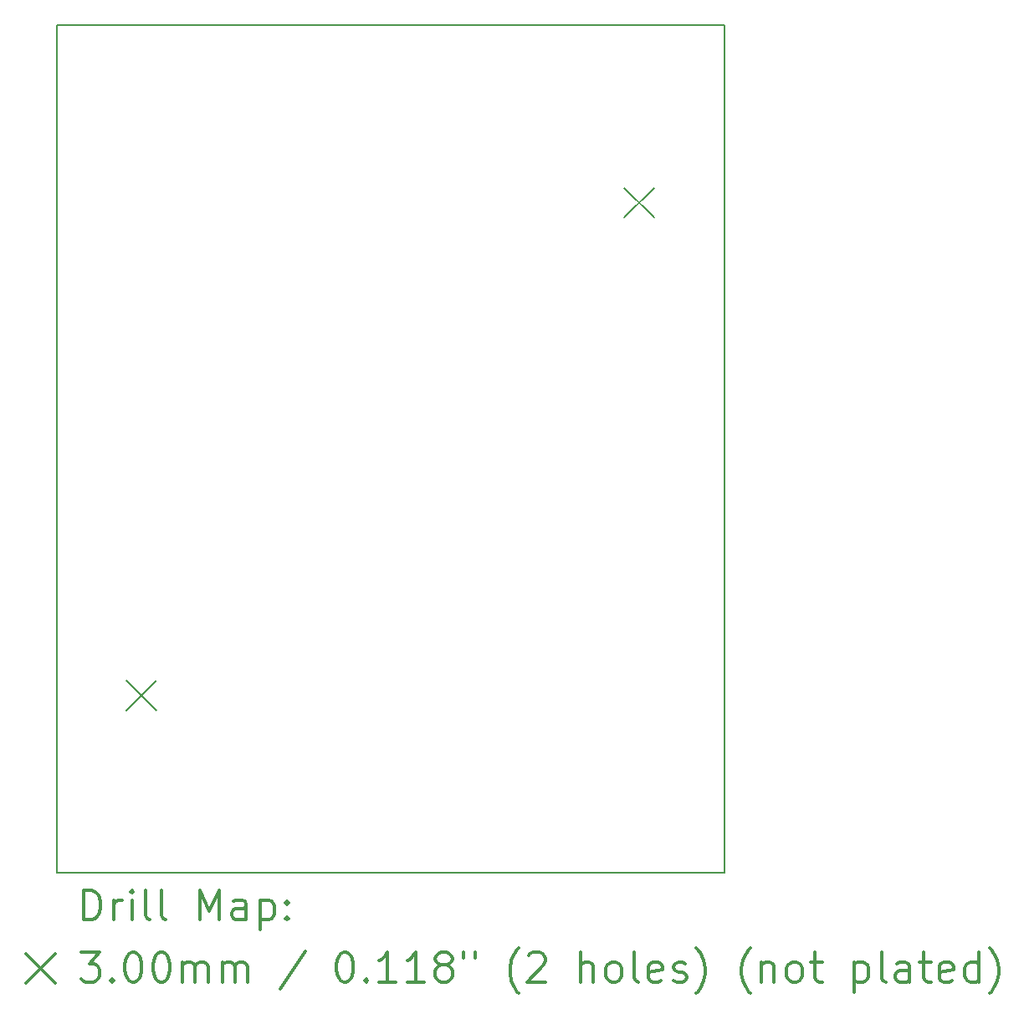
<source format=gbr>
%FSLAX45Y45*%
G04 Gerber Fmt 4.5, Leading zero omitted, Abs format (unit mm)*
G04 Created by KiCad (PCBNEW 5.0.2) date Fr 28 Dez 2018 21:47:53 CET*
%MOMM*%
%LPD*%
G01*
G04 APERTURE LIST*
%ADD10C,0.200000*%
%ADD11C,0.300000*%
G04 APERTURE END LIST*
D10*
X11909050Y-3619250D02*
X5152650Y-3619250D01*
X11909050Y-12204450D02*
X11909050Y-3619250D01*
X5152650Y-12204450D02*
X11909050Y-12204450D01*
X5152650Y-3619250D02*
X5152650Y-12204450D01*
D10*
X5860850Y-10256850D02*
X6160850Y-10556850D01*
X6160850Y-10256850D02*
X5860850Y-10556850D01*
X10900850Y-5266850D02*
X11200850Y-5566850D01*
X11200850Y-5266850D02*
X10900850Y-5566850D01*
D11*
X5429078Y-12680164D02*
X5429078Y-12380164D01*
X5500507Y-12380164D01*
X5543364Y-12394450D01*
X5571936Y-12423021D01*
X5586221Y-12451593D01*
X5600507Y-12508736D01*
X5600507Y-12551593D01*
X5586221Y-12608736D01*
X5571936Y-12637307D01*
X5543364Y-12665879D01*
X5500507Y-12680164D01*
X5429078Y-12680164D01*
X5729078Y-12680164D02*
X5729078Y-12480164D01*
X5729078Y-12537307D02*
X5743364Y-12508736D01*
X5757650Y-12494450D01*
X5786221Y-12480164D01*
X5814793Y-12480164D01*
X5914793Y-12680164D02*
X5914793Y-12480164D01*
X5914793Y-12380164D02*
X5900507Y-12394450D01*
X5914793Y-12408736D01*
X5929078Y-12394450D01*
X5914793Y-12380164D01*
X5914793Y-12408736D01*
X6100507Y-12680164D02*
X6071936Y-12665879D01*
X6057650Y-12637307D01*
X6057650Y-12380164D01*
X6257650Y-12680164D02*
X6229078Y-12665879D01*
X6214793Y-12637307D01*
X6214793Y-12380164D01*
X6600507Y-12680164D02*
X6600507Y-12380164D01*
X6700507Y-12594450D01*
X6800507Y-12380164D01*
X6800507Y-12680164D01*
X7071936Y-12680164D02*
X7071936Y-12523021D01*
X7057650Y-12494450D01*
X7029078Y-12480164D01*
X6971936Y-12480164D01*
X6943364Y-12494450D01*
X7071936Y-12665879D02*
X7043364Y-12680164D01*
X6971936Y-12680164D01*
X6943364Y-12665879D01*
X6929078Y-12637307D01*
X6929078Y-12608736D01*
X6943364Y-12580164D01*
X6971936Y-12565879D01*
X7043364Y-12565879D01*
X7071936Y-12551593D01*
X7214793Y-12480164D02*
X7214793Y-12780164D01*
X7214793Y-12494450D02*
X7243364Y-12480164D01*
X7300507Y-12480164D01*
X7329078Y-12494450D01*
X7343364Y-12508736D01*
X7357650Y-12537307D01*
X7357650Y-12623021D01*
X7343364Y-12651593D01*
X7329078Y-12665879D01*
X7300507Y-12680164D01*
X7243364Y-12680164D01*
X7214793Y-12665879D01*
X7486221Y-12651593D02*
X7500507Y-12665879D01*
X7486221Y-12680164D01*
X7471936Y-12665879D01*
X7486221Y-12651593D01*
X7486221Y-12680164D01*
X7486221Y-12494450D02*
X7500507Y-12508736D01*
X7486221Y-12523021D01*
X7471936Y-12508736D01*
X7486221Y-12494450D01*
X7486221Y-12523021D01*
X4842650Y-13024450D02*
X5142650Y-13324450D01*
X5142650Y-13024450D02*
X4842650Y-13324450D01*
X5400507Y-13010164D02*
X5586221Y-13010164D01*
X5486221Y-13124450D01*
X5529078Y-13124450D01*
X5557650Y-13138736D01*
X5571936Y-13153021D01*
X5586221Y-13181593D01*
X5586221Y-13253021D01*
X5571936Y-13281593D01*
X5557650Y-13295879D01*
X5529078Y-13310164D01*
X5443364Y-13310164D01*
X5414793Y-13295879D01*
X5400507Y-13281593D01*
X5714793Y-13281593D02*
X5729078Y-13295879D01*
X5714793Y-13310164D01*
X5700507Y-13295879D01*
X5714793Y-13281593D01*
X5714793Y-13310164D01*
X5914793Y-13010164D02*
X5943364Y-13010164D01*
X5971936Y-13024450D01*
X5986221Y-13038736D01*
X6000507Y-13067307D01*
X6014793Y-13124450D01*
X6014793Y-13195879D01*
X6000507Y-13253021D01*
X5986221Y-13281593D01*
X5971936Y-13295879D01*
X5943364Y-13310164D01*
X5914793Y-13310164D01*
X5886221Y-13295879D01*
X5871936Y-13281593D01*
X5857650Y-13253021D01*
X5843364Y-13195879D01*
X5843364Y-13124450D01*
X5857650Y-13067307D01*
X5871936Y-13038736D01*
X5886221Y-13024450D01*
X5914793Y-13010164D01*
X6200507Y-13010164D02*
X6229078Y-13010164D01*
X6257650Y-13024450D01*
X6271936Y-13038736D01*
X6286221Y-13067307D01*
X6300507Y-13124450D01*
X6300507Y-13195879D01*
X6286221Y-13253021D01*
X6271936Y-13281593D01*
X6257650Y-13295879D01*
X6229078Y-13310164D01*
X6200507Y-13310164D01*
X6171936Y-13295879D01*
X6157650Y-13281593D01*
X6143364Y-13253021D01*
X6129078Y-13195879D01*
X6129078Y-13124450D01*
X6143364Y-13067307D01*
X6157650Y-13038736D01*
X6171936Y-13024450D01*
X6200507Y-13010164D01*
X6429078Y-13310164D02*
X6429078Y-13110164D01*
X6429078Y-13138736D02*
X6443364Y-13124450D01*
X6471936Y-13110164D01*
X6514793Y-13110164D01*
X6543364Y-13124450D01*
X6557650Y-13153021D01*
X6557650Y-13310164D01*
X6557650Y-13153021D02*
X6571936Y-13124450D01*
X6600507Y-13110164D01*
X6643364Y-13110164D01*
X6671936Y-13124450D01*
X6686221Y-13153021D01*
X6686221Y-13310164D01*
X6829078Y-13310164D02*
X6829078Y-13110164D01*
X6829078Y-13138736D02*
X6843364Y-13124450D01*
X6871936Y-13110164D01*
X6914793Y-13110164D01*
X6943364Y-13124450D01*
X6957650Y-13153021D01*
X6957650Y-13310164D01*
X6957650Y-13153021D02*
X6971936Y-13124450D01*
X7000507Y-13110164D01*
X7043364Y-13110164D01*
X7071936Y-13124450D01*
X7086221Y-13153021D01*
X7086221Y-13310164D01*
X7671936Y-12995879D02*
X7414793Y-13381593D01*
X8057650Y-13010164D02*
X8086221Y-13010164D01*
X8114793Y-13024450D01*
X8129078Y-13038736D01*
X8143364Y-13067307D01*
X8157650Y-13124450D01*
X8157650Y-13195879D01*
X8143364Y-13253021D01*
X8129078Y-13281593D01*
X8114793Y-13295879D01*
X8086221Y-13310164D01*
X8057650Y-13310164D01*
X8029078Y-13295879D01*
X8014793Y-13281593D01*
X8000507Y-13253021D01*
X7986221Y-13195879D01*
X7986221Y-13124450D01*
X8000507Y-13067307D01*
X8014793Y-13038736D01*
X8029078Y-13024450D01*
X8057650Y-13010164D01*
X8286221Y-13281593D02*
X8300507Y-13295879D01*
X8286221Y-13310164D01*
X8271936Y-13295879D01*
X8286221Y-13281593D01*
X8286221Y-13310164D01*
X8586221Y-13310164D02*
X8414793Y-13310164D01*
X8500507Y-13310164D02*
X8500507Y-13010164D01*
X8471936Y-13053021D01*
X8443364Y-13081593D01*
X8414793Y-13095879D01*
X8871936Y-13310164D02*
X8700507Y-13310164D01*
X8786221Y-13310164D02*
X8786221Y-13010164D01*
X8757650Y-13053021D01*
X8729078Y-13081593D01*
X8700507Y-13095879D01*
X9043364Y-13138736D02*
X9014793Y-13124450D01*
X9000507Y-13110164D01*
X8986221Y-13081593D01*
X8986221Y-13067307D01*
X9000507Y-13038736D01*
X9014793Y-13024450D01*
X9043364Y-13010164D01*
X9100507Y-13010164D01*
X9129078Y-13024450D01*
X9143364Y-13038736D01*
X9157650Y-13067307D01*
X9157650Y-13081593D01*
X9143364Y-13110164D01*
X9129078Y-13124450D01*
X9100507Y-13138736D01*
X9043364Y-13138736D01*
X9014793Y-13153021D01*
X9000507Y-13167307D01*
X8986221Y-13195879D01*
X8986221Y-13253021D01*
X9000507Y-13281593D01*
X9014793Y-13295879D01*
X9043364Y-13310164D01*
X9100507Y-13310164D01*
X9129078Y-13295879D01*
X9143364Y-13281593D01*
X9157650Y-13253021D01*
X9157650Y-13195879D01*
X9143364Y-13167307D01*
X9129078Y-13153021D01*
X9100507Y-13138736D01*
X9271936Y-13010164D02*
X9271936Y-13067307D01*
X9386221Y-13010164D02*
X9386221Y-13067307D01*
X9829078Y-13424450D02*
X9814793Y-13410164D01*
X9786221Y-13367307D01*
X9771936Y-13338736D01*
X9757650Y-13295879D01*
X9743364Y-13224450D01*
X9743364Y-13167307D01*
X9757650Y-13095879D01*
X9771936Y-13053021D01*
X9786221Y-13024450D01*
X9814793Y-12981593D01*
X9829078Y-12967307D01*
X9929078Y-13038736D02*
X9943364Y-13024450D01*
X9971936Y-13010164D01*
X10043364Y-13010164D01*
X10071936Y-13024450D01*
X10086221Y-13038736D01*
X10100507Y-13067307D01*
X10100507Y-13095879D01*
X10086221Y-13138736D01*
X9914793Y-13310164D01*
X10100507Y-13310164D01*
X10457650Y-13310164D02*
X10457650Y-13010164D01*
X10586221Y-13310164D02*
X10586221Y-13153021D01*
X10571936Y-13124450D01*
X10543364Y-13110164D01*
X10500507Y-13110164D01*
X10471936Y-13124450D01*
X10457650Y-13138736D01*
X10771936Y-13310164D02*
X10743364Y-13295879D01*
X10729078Y-13281593D01*
X10714793Y-13253021D01*
X10714793Y-13167307D01*
X10729078Y-13138736D01*
X10743364Y-13124450D01*
X10771936Y-13110164D01*
X10814793Y-13110164D01*
X10843364Y-13124450D01*
X10857650Y-13138736D01*
X10871936Y-13167307D01*
X10871936Y-13253021D01*
X10857650Y-13281593D01*
X10843364Y-13295879D01*
X10814793Y-13310164D01*
X10771936Y-13310164D01*
X11043364Y-13310164D02*
X11014793Y-13295879D01*
X11000507Y-13267307D01*
X11000507Y-13010164D01*
X11271936Y-13295879D02*
X11243364Y-13310164D01*
X11186221Y-13310164D01*
X11157650Y-13295879D01*
X11143364Y-13267307D01*
X11143364Y-13153021D01*
X11157650Y-13124450D01*
X11186221Y-13110164D01*
X11243364Y-13110164D01*
X11271936Y-13124450D01*
X11286221Y-13153021D01*
X11286221Y-13181593D01*
X11143364Y-13210164D01*
X11400507Y-13295879D02*
X11429078Y-13310164D01*
X11486221Y-13310164D01*
X11514793Y-13295879D01*
X11529078Y-13267307D01*
X11529078Y-13253021D01*
X11514793Y-13224450D01*
X11486221Y-13210164D01*
X11443364Y-13210164D01*
X11414793Y-13195879D01*
X11400507Y-13167307D01*
X11400507Y-13153021D01*
X11414793Y-13124450D01*
X11443364Y-13110164D01*
X11486221Y-13110164D01*
X11514793Y-13124450D01*
X11629078Y-13424450D02*
X11643364Y-13410164D01*
X11671936Y-13367307D01*
X11686221Y-13338736D01*
X11700507Y-13295879D01*
X11714793Y-13224450D01*
X11714793Y-13167307D01*
X11700507Y-13095879D01*
X11686221Y-13053021D01*
X11671936Y-13024450D01*
X11643364Y-12981593D01*
X11629078Y-12967307D01*
X12171936Y-13424450D02*
X12157650Y-13410164D01*
X12129078Y-13367307D01*
X12114793Y-13338736D01*
X12100507Y-13295879D01*
X12086221Y-13224450D01*
X12086221Y-13167307D01*
X12100507Y-13095879D01*
X12114793Y-13053021D01*
X12129078Y-13024450D01*
X12157650Y-12981593D01*
X12171936Y-12967307D01*
X12286221Y-13110164D02*
X12286221Y-13310164D01*
X12286221Y-13138736D02*
X12300507Y-13124450D01*
X12329078Y-13110164D01*
X12371936Y-13110164D01*
X12400507Y-13124450D01*
X12414793Y-13153021D01*
X12414793Y-13310164D01*
X12600507Y-13310164D02*
X12571936Y-13295879D01*
X12557650Y-13281593D01*
X12543364Y-13253021D01*
X12543364Y-13167307D01*
X12557650Y-13138736D01*
X12571936Y-13124450D01*
X12600507Y-13110164D01*
X12643364Y-13110164D01*
X12671936Y-13124450D01*
X12686221Y-13138736D01*
X12700507Y-13167307D01*
X12700507Y-13253021D01*
X12686221Y-13281593D01*
X12671936Y-13295879D01*
X12643364Y-13310164D01*
X12600507Y-13310164D01*
X12786221Y-13110164D02*
X12900507Y-13110164D01*
X12829078Y-13010164D02*
X12829078Y-13267307D01*
X12843364Y-13295879D01*
X12871936Y-13310164D01*
X12900507Y-13310164D01*
X13229078Y-13110164D02*
X13229078Y-13410164D01*
X13229078Y-13124450D02*
X13257650Y-13110164D01*
X13314793Y-13110164D01*
X13343364Y-13124450D01*
X13357650Y-13138736D01*
X13371936Y-13167307D01*
X13371936Y-13253021D01*
X13357650Y-13281593D01*
X13343364Y-13295879D01*
X13314793Y-13310164D01*
X13257650Y-13310164D01*
X13229078Y-13295879D01*
X13543364Y-13310164D02*
X13514793Y-13295879D01*
X13500507Y-13267307D01*
X13500507Y-13010164D01*
X13786221Y-13310164D02*
X13786221Y-13153021D01*
X13771936Y-13124450D01*
X13743364Y-13110164D01*
X13686221Y-13110164D01*
X13657650Y-13124450D01*
X13786221Y-13295879D02*
X13757650Y-13310164D01*
X13686221Y-13310164D01*
X13657650Y-13295879D01*
X13643364Y-13267307D01*
X13643364Y-13238736D01*
X13657650Y-13210164D01*
X13686221Y-13195879D01*
X13757650Y-13195879D01*
X13786221Y-13181593D01*
X13886221Y-13110164D02*
X14000507Y-13110164D01*
X13929078Y-13010164D02*
X13929078Y-13267307D01*
X13943364Y-13295879D01*
X13971936Y-13310164D01*
X14000507Y-13310164D01*
X14214793Y-13295879D02*
X14186221Y-13310164D01*
X14129078Y-13310164D01*
X14100507Y-13295879D01*
X14086221Y-13267307D01*
X14086221Y-13153021D01*
X14100507Y-13124450D01*
X14129078Y-13110164D01*
X14186221Y-13110164D01*
X14214793Y-13124450D01*
X14229078Y-13153021D01*
X14229078Y-13181593D01*
X14086221Y-13210164D01*
X14486221Y-13310164D02*
X14486221Y-13010164D01*
X14486221Y-13295879D02*
X14457650Y-13310164D01*
X14400507Y-13310164D01*
X14371936Y-13295879D01*
X14357650Y-13281593D01*
X14343364Y-13253021D01*
X14343364Y-13167307D01*
X14357650Y-13138736D01*
X14371936Y-13124450D01*
X14400507Y-13110164D01*
X14457650Y-13110164D01*
X14486221Y-13124450D01*
X14600507Y-13424450D02*
X14614793Y-13410164D01*
X14643364Y-13367307D01*
X14657650Y-13338736D01*
X14671936Y-13295879D01*
X14686221Y-13224450D01*
X14686221Y-13167307D01*
X14671936Y-13095879D01*
X14657650Y-13053021D01*
X14643364Y-13024450D01*
X14614793Y-12981593D01*
X14600507Y-12967307D01*
M02*

</source>
